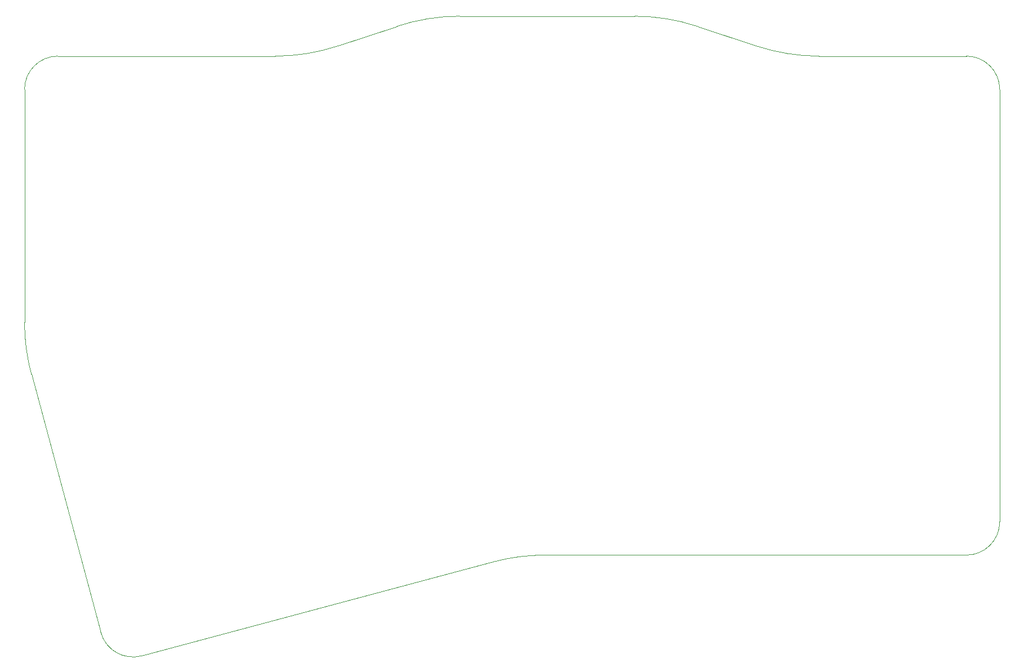
<source format=gbr>
G04 #@! TF.GenerationSoftware,KiCad,Pcbnew,9.0.2*
G04 #@! TF.CreationDate,2025-12-10T20:56:20-05:00*
G04 #@! TF.ProjectId,ThumbsUp,5468756d-6273-4557-902e-6b696361645f,rev?*
G04 #@! TF.SameCoordinates,Original*
G04 #@! TF.FileFunction,Profile,NP*
%FSLAX46Y46*%
G04 Gerber Fmt 4.6, Leading zero omitted, Abs format (unit mm)*
G04 Created by KiCad (PCBNEW 9.0.2) date 2025-12-10 20:56:20*
%MOMM*%
%LPD*%
G01*
G04 APERTURE LIST*
G04 #@! TA.AperFunction,Profile*
%ADD10C,0.050000*%
G04 #@! TD*
G04 APERTURE END LIST*
D10*
X24500000Y-67538069D02*
X24500000Y-32500000D01*
X80381497Y-23039501D02*
X71618503Y-25960499D01*
X171000000Y-97500000D02*
G75*
G02*
X166000000Y-102500000I-5000000J0D01*
G01*
X143868330Y-27500000D02*
X157000000Y-27500000D01*
X171000000Y-32500000D02*
X171000000Y-97500000D01*
X35954702Y-114111490D02*
X25528522Y-75326101D01*
X125618503Y-23039501D02*
X134381497Y-25960499D01*
X42074186Y-117643968D02*
G75*
G02*
X35954734Y-114111481I-1290886J4830468D01*
G01*
X166000000Y-27500000D02*
G75*
G02*
X171000000Y-32500000I0J-5000000D01*
G01*
X89868330Y-21500000D02*
X116131670Y-21500000D01*
X71618503Y-25960499D02*
G75*
G02*
X62131670Y-27499991I-9486803J28460499D01*
G01*
X94936001Y-103517103D02*
X42074186Y-117643968D01*
X94936001Y-103517103D02*
G75*
G02*
X102681431Y-102499996I7745499J-28983297D01*
G01*
X24500000Y-32500000D02*
G75*
G02*
X29500000Y-27500000I5000000J0D01*
G01*
X116131670Y-21500000D02*
G75*
G02*
X125618506Y-23039492I30J-30000000D01*
G01*
X143868330Y-27500000D02*
G75*
G02*
X134381494Y-25960508I-30J30000000D01*
G01*
X157000000Y-27500000D02*
X166000000Y-27500000D01*
X102681431Y-102500000D02*
X166000000Y-102500000D01*
X29500000Y-27500000D02*
X62131670Y-27500000D01*
X80381497Y-23039501D02*
G75*
G02*
X89868330Y-21500009I9486803J-28460499D01*
G01*
X25528522Y-75326101D02*
G75*
G02*
X24500008Y-67538069I28971478J7788001D01*
G01*
M02*

</source>
